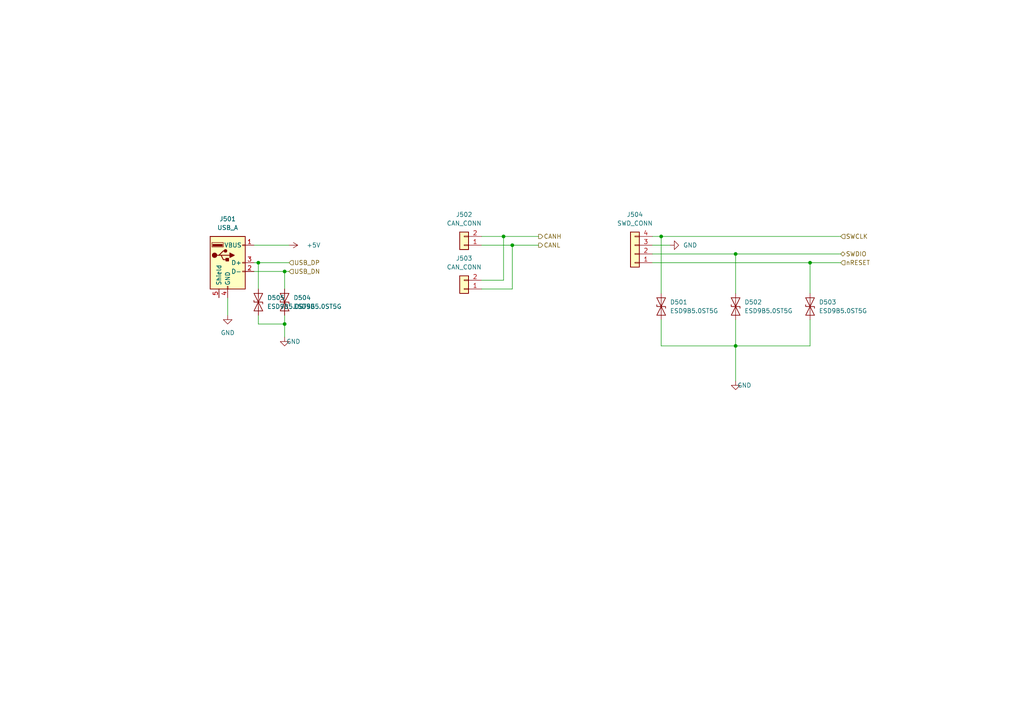
<source format=kicad_sch>
(kicad_sch (version 20231120) (generator "eeschema") (generator_version "8.0")
  (paper "A4")
  (lib_symbols
    (symbol "Connector:USB_A" (pin_names (offset 1.016))
      (property "Reference" "J" (at -5.08 11.43 0))
      (property "Value" "USB_A" (at -5.08 8.89 0))
      (symbol "USB_A_0_1"
        (rectangle (start -5.08 -7.62) (end 5.08 7.62) (stroke (width 0.254)) (fill (type background)))
        (circle (center -3.81 2.159) (radius 0.635) (stroke (width 0.254)) (fill (type outline)))
        (rectangle (start -1.524 4.826) (end -4.318 5.334) (fill (type outline)))
        (rectangle (start -1.27 4.572) (end -4.572 5.842))
        (circle (center -0.635 3.429) (radius 0.381) (stroke (width 0.254)) (fill (type outline)))
        (rectangle (start -0.127 -7.62) (end 0.127 -6.858))
        (polyline (pts (xy -3.175 2.159) (xy -2.54 2.159) (xy -1.27 3.429) (xy -0.635 3.429)) (stroke (width 0.254)))
        (polyline (pts (xy -2.54 2.159) (xy -1.905 2.159) (xy -1.27 0.889) (xy 0 0.889)) (stroke (width 0.254)))
        (polyline (pts (xy 0.635 2.794) (xy 0.635 1.524) (xy 1.905 2.159) (xy 0.635 2.794)) (stroke (width 0.254)) (fill (type outline)))
        (rectangle (start 0.254 1.27) (end -0.508 0.508) (stroke (width 0.254)) (fill (type outline)))
        (rectangle (start 5.08 -2.667) (end 4.318 -2.413))
        (rectangle (start 5.08 -0.127) (end 4.318 0.127))
        (rectangle (start 5.08 4.953) (end 4.318 5.207))
      )
      (symbol "USB_A_1_1"
        (polyline (pts (xy -1.905 2.159) (xy 0.635 2.159)) (stroke (width 0.254)))
        (pin power_in line (at 7.62 5.08 180) (length 2.54) (name "VBUS") (number "1"))
        (pin bidirectional line (at 7.62 -2.54 180) (length 2.54) (name "D-") (number "2"))
        (pin bidirectional line (at 7.62 0 180) (length 2.54) (name "D+") (number "3"))
        (pin power_in line (at 0 -10.16 90) (length 2.54) (name "GND") (number "4"))
        (pin passive line (at -2.54 -10.16 90) (length 2.54) (name "Shield") (number "5"))
      )
    )
    (symbol "Connector_Generic:Conn_01x02" (pin_names (offset 1.016) hide)
      (property "Reference" "J" (at 0 2.54 0))
      (property "Value" "Conn_01x02" (at 0 -5.08 0))
      (symbol "Conn_01x02_1_1"
        (rectangle (start -1.27 -2.413) (end 0 -2.667) (stroke (width 0.1524)))
        (rectangle (start -1.27 0.127) (end 0 -0.127) (stroke (width 0.1524)))
        (rectangle (start -1.27 1.27) (end 1.27 -3.81) (stroke (width 0.254)) (fill (type background)))
        (pin passive line (at -5.08 0 0) (length 3.81) (name "Pin_1") (number "1"))
        (pin passive line (at -5.08 -2.54 0) (length 3.81) (name "Pin_2") (number "2"))
      )
    )
    (symbol "Connector_Generic:Conn_01x04" (pin_names (offset 1.016) hide)
      (property "Reference" "J" (at 0 5.08 0))
      (property "Value" "Conn_01x04" (at 0 -7.62 0))
      (symbol "Conn_01x04_1_1"
        (rectangle (start -1.27 -4.953) (end 0 -5.207) (stroke (width 0.1524)))
        (rectangle (start -1.27 -2.413) (end 0 -2.667) (stroke (width 0.1524)))
        (rectangle (start -1.27 0.127) (end 0 -0.127) (stroke (width 0.1524)))
        (rectangle (start -1.27 2.667) (end 0 2.413) (stroke (width 0.1524)))
        (rectangle (start -1.27 3.81) (end 1.27 -6.35) (stroke (width 0.254)) (fill (type background)))
        (pin passive line (at -5.08 2.54 0) (length 3.81) (name "Pin_1") (number "1"))
        (pin passive line (at -5.08 0 0) (length 3.81) (name "Pin_2") (number "2"))
        (pin passive line (at -5.08 -2.54 0) (length 3.81) (name "Pin_3") (number "3"))
        (pin passive line (at -5.08 -5.08 0) (length 3.81) (name "Pin_4") (number "4"))
      )
    )
    (symbol "Diode:ESD9B5.0ST5G" (pin_numbers hide) (pin_names (offset 1.016) hide)
      (property "Reference" "D" (at 0 2.54 0))
      (property "Value" "ESD9B5.0ST5G" (at 0 -2.54 0))
      (symbol "ESD9B5.0ST5G_0_1"
        (polyline (pts (xy 1.27 0) (xy -1.27 0)))
        (polyline (pts (xy -2.54 -1.27) (xy 0 0) (xy -2.54 1.27) (xy -2.54 -1.27)) (stroke (width 0.2032)))
        (polyline (pts (xy 0.508 1.27) (xy 0 1.27) (xy 0 -1.27) (xy -0.508 -1.27)) (stroke (width 0.2032)))
        (polyline (pts (xy 2.54 1.27) (xy 2.54 -1.27) (xy 0 0) (xy 2.54 1.27)) (stroke (width 0.2032)))
      )
      (symbol "ESD9B5.0ST5G_1_1"
        (pin passive line (at -3.81 0 0) (length 2.54) (name "A1") (number "1"))
        (pin passive line (at 3.81 0 180) (length 2.54) (name "A2") (number "2"))
      )
    )
    (symbol "power:+5V" (power) (pin_names (offset 0))
      (property "Value" "+5V" (at 0 3.556 0))
      (symbol "+5V_0_1"
        (polyline (pts (xy -0.762 1.27) (xy 0 2.54)))
        (polyline (pts (xy 0 0) (xy 0 2.54)))
        (polyline (pts (xy 0 2.54) (xy 0.762 1.27)))
      )
      (symbol "+5V_1_1"
        (pin power_in line (at 0 0 90) (length 0) hide (name "+5V") (number "1"))
      )
    )
    (symbol "power:GND" (power) (pin_names (offset 0))
      (property "Value" "GND" (at 0 -3.81 0))
      (symbol "GND_0_1"
        (polyline (pts (xy 0 0) (xy 0 -1.27) (xy 1.27 -1.27) (xy 0 -2.54) (xy -1.27 -1.27) (xy 0 -1.27)))
      )
      (symbol "GND_1_1"
        (pin power_in line (at 0 0 270) (length 0) hide (name "GND") (number "1"))
      )
    )
  )
  (junction (at 74.93 76.2))
  (junction (at 213.36 73.66))
  (junction (at 146.05 68.58))
  (junction (at 234.95 76.2))
  (junction (at 82.55 78.74))
  (junction (at 148.59 71.12))
  (junction (at 213.36 100.33))
  (junction (at 191.77 68.58))
  (junction (at 82.55 93.98))
  (wire (pts (xy 234.95 85.09) (xy 234.95 76.2)))
  (wire (pts (xy 213.36 85.09) (xy 213.36 73.66)))
  (wire (pts (xy 82.55 78.74) (xy 83.82 78.74)))
  (wire (pts (xy 82.55 83.82) (xy 82.55 78.74)))
  (wire (pts (xy 139.7 68.58) (xy 146.05 68.58)))
  (wire (pts (xy 146.05 81.28) (xy 146.05 68.58)))
  (wire (pts (xy 82.55 93.98) (xy 82.55 97.79)))
  (wire (pts (xy 234.95 100.33) (xy 234.95 92.71)))
  (wire (pts (xy 189.23 68.58) (xy 191.77 68.58)))
  (wire (pts (xy 191.77 100.33) (xy 213.36 100.33)))
  (wire (pts (xy 191.77 68.58) (xy 191.77 85.09)))
  (wire (pts (xy 139.7 71.12) (xy 148.59 71.12)))
  (wire (pts (xy 189.23 76.2) (xy 234.95 76.2)))
  (wire (pts (xy 74.93 76.2) (xy 83.82 76.2)))
  (wire (pts (xy 191.77 92.71) (xy 191.77 100.33)))
  (wire (pts (xy 74.93 83.82) (xy 74.93 76.2)))
  (wire (pts (xy 243.84 76.2) (xy 234.95 76.2)))
  (wire (pts (xy 146.05 68.58) (xy 156.21 68.58)))
  (wire (pts (xy 148.59 71.12) (xy 148.59 83.82)))
  (wire (pts (xy 73.66 76.2) (xy 74.93 76.2)))
  (wire (pts (xy 148.59 71.12) (xy 156.21 71.12)))
  (wire (pts (xy 139.7 81.28) (xy 146.05 81.28)))
  (wire (pts (xy 213.36 92.71) (xy 213.36 100.33)))
  (wire (pts (xy 213.36 100.33) (xy 234.95 100.33)))
  (wire (pts (xy 148.59 83.82) (xy 139.7 83.82)))
  (wire (pts (xy 213.36 110.49) (xy 213.36 100.33)))
  (wire (pts (xy 191.77 68.58) (xy 243.84 68.58)))
  (wire (pts (xy 74.93 91.44) (xy 74.93 93.98)))
  (wire (pts (xy 73.66 71.12) (xy 83.82 71.12)))
  (wire (pts (xy 66.04 86.36) (xy 66.04 91.44)))
  (wire (pts (xy 74.93 93.98) (xy 82.55 93.98)))
  (wire (pts (xy 189.23 71.12) (xy 194.31 71.12)))
  (wire (pts (xy 213.36 73.66) (xy 243.84 73.66)))
  (wire (pts (xy 189.23 73.66) (xy 213.36 73.66)))
  (wire (pts (xy 82.55 91.44) (xy 82.55 93.98)))
  (wire (pts (xy 73.66 78.74) (xy 82.55 78.74)))
  (hierarchical_label "SWCLK" (shape input) (at 243.84 68.58 0))
  (hierarchical_label "CANL" (shape output) (at 156.21 71.12 0))
  (hierarchical_label "nRESET" (shape input) (at 243.84 76.2 0))
  (hierarchical_label "USB_DP" (shape input) (at 83.82 76.2 0))
  (hierarchical_label "USB_DN" (shape input) (at 83.82 78.74 0))
  (hierarchical_label "SWDIO" (shape bidirectional) (at 243.84 73.66 0))
  (hierarchical_label "CANH" (shape output) (at 156.21 68.58 0))
  (symbol (lib_id "power:GND") (at 66.04 91.44 0) (unit 1)
    (property "Reference" "#PWR0501" (effects (hide yes)))
    (property "Value" "GND" (at 66.04 96.52 0))
  )
  (symbol (lib_id "power:+5V") (at 83.82 71.12 270) (unit 1)
    (property "Reference" "#PWR0502" (effects (hide yes)))
    (property "Value" "+5V" (at 88.9 71.12 90) (effects (justify left)))
  )
  (symbol (lib_id "power:GND") (at 194.31 71.12 90) (unit 1)
    (property "Reference" "#PWR0503" (effects (hide yes)))
    (property "Value" "GND" (at 198.12 71.12 90) (effects (justify right)))
  )
  (symbol (lib_id "Connector:USB_A") (at 66.04 76.2 0) (unit 1)
    (property "Reference" "J501" (at 66.04 63.5 0))
    (property "Value" "USB_A" (at 66.04 66.04 0))
    (property "Footprint" "Connector_USB:USB_A_Molex_48037-2200_Horizontal" (effects (hide yes)))
    (property "Description" "USB Type A connector" (effects (hide yes)))
  )
  (symbol (lib_id "power:GND") (at 82.55 97.79 0) (unit 1)
    (property "Reference" "#PWR0505" (effects (hide yes)))
    (property "Value" "GND" (at 85.09 99.06 0))
  )
  (symbol (lib_id "Diode:ESD9B5.0ST5G") (at 82.55 87.63 90) (unit 1)
    (property "Reference" "D504" (at 85.09 86.36 90) (effects (justify right)))
    (property "Value" "ESD9B5.0ST5G" (at 85.09 88.9 90) (effects (justify right)))
    (property "Footprint" "Diode_SMD:D_SOD-923" (effects (hide yes)))
    (property "Datasheet" "https://www.onsemi.com/pub/Collateral/ESD9B-D.PDF" (effects (hide yes)))
  )
  (symbol (lib_id "Connector_Generic:Conn_01x02") (at 134.62 83.82 180) (unit 1)
    (property "Reference" "J503" (at 134.62 74.93 0))
    (property "Value" "CAN_CONN" (at 134.62 77.47 0))
    (property "Footprint" "Connector_JST:JST_XH_S2B-XH-A_1x02_P2.50mm_Horizontal" (effects (hide yes)))
  )
  (symbol (lib_id "Diode:ESD9B5.0ST5G") (at 74.93 87.63 90) (unit 1)
    (property "Reference" "D505" (at 77.47 86.36 90) (effects (justify right)))
    (property "Value" "ESD9B5.0ST5G" (at 77.47 88.9 90) (effects (justify right)))
    (property "Footprint" "Diode_SMD:D_SOD-923" (effects (hide yes)))
    (property "Datasheet" "https://www.onsemi.com/pub/Collateral/ESD9B-D.PDF" (effects (hide yes)))
  )
  (symbol (lib_id "Diode:ESD9B5.0ST5G") (at 234.95 88.9 90) (unit 1)
    (property "Reference" "D503" (at 237.49 87.63 90) (effects (justify right)))
    (property "Value" "ESD9B5.0ST5G" (at 237.49 90.17 90) (effects (justify right)))
    (property "Footprint" "Diode_SMD:D_SOD-923" (effects (hide yes)))
    (property "Datasheet" "https://www.onsemi.com/pub/Collateral/ESD9B-D.PDF" (effects (hide yes)))
  )
  (symbol (lib_id "Diode:ESD9B5.0ST5G") (at 191.77 88.9 90) (unit 1)
    (property "Reference" "D501" (at 194.31 87.63 90) (effects (justify right)))
    (property "Value" "ESD9B5.0ST5G" (at 194.31 90.17 90) (effects (justify right)))
    (property "Footprint" "Diode_SMD:D_SOD-923" (effects (hide yes)))
    (property "Datasheet" "https://www.onsemi.com/pub/Collateral/ESD9B-D.PDF" (effects (hide yes)))
  )
  (symbol (lib_id "Connector_Generic:Conn_01x02") (at 134.62 71.12 180) (unit 1)
    (property "Reference" "J502" (at 134.62 62.23 0))
    (property "Value" "CAN_CONN" (at 134.62 64.77 0))
    (property "Footprint" "Connector_JST:JST_XH_S2B-XH-A_1x02_P2.50mm_Horizontal" (effects (hide yes)))
  )
  (symbol (lib_id "Connector_Generic:Conn_01x04") (at 184.15 73.66 180) (unit 1)
    (property "Reference" "J504" (at 184.15 62.23 0))
    (property "Value" "SWD_CONN" (at 184.15 64.77 0))
    (property "Footprint" "Connector_PinHeader_2.54mm:PinHeader_2x02_P2.54mm_Vertical" (effects (hide yes)))
  )
  (symbol (lib_id "Diode:ESD9B5.0ST5G") (at 213.36 88.9 90) (unit 1)
    (property "Reference" "D502" (at 215.9 87.63 90) (effects (justify right)))
    (property "Value" "ESD9B5.0ST5G" (at 215.9 90.17 90) (effects (justify right)))
    (property "Footprint" "Diode_SMD:D_SOD-923" (effects (hide yes)))
    (property "Datasheet" "https://www.onsemi.com/pub/Collateral/ESD9B-D.PDF" (effects (hide yes)))
  )
  (symbol (lib_id "power:GND") (at 213.36 110.49 0) (unit 1)
    (property "Reference" "#PWR0504" (effects (hide yes)))
    (property "Value" "GND" (at 215.9 111.76 0))
  )
)
</source>
